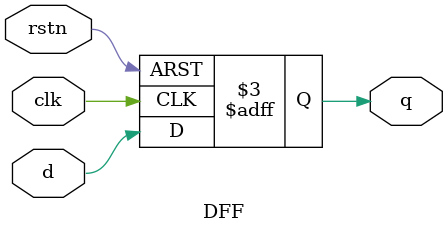
<source format=v>
module DFF 	( input d,
              input rstn,
              input clk,
              output reg q);

	always @ (posedge clk or negedge rstn) //for asynchronous reset
    //always @ (posedge clk) //for synchronous reset

       if (!rstn)
          q <= 0;
       else
          q <= d;
endmodule
</source>
